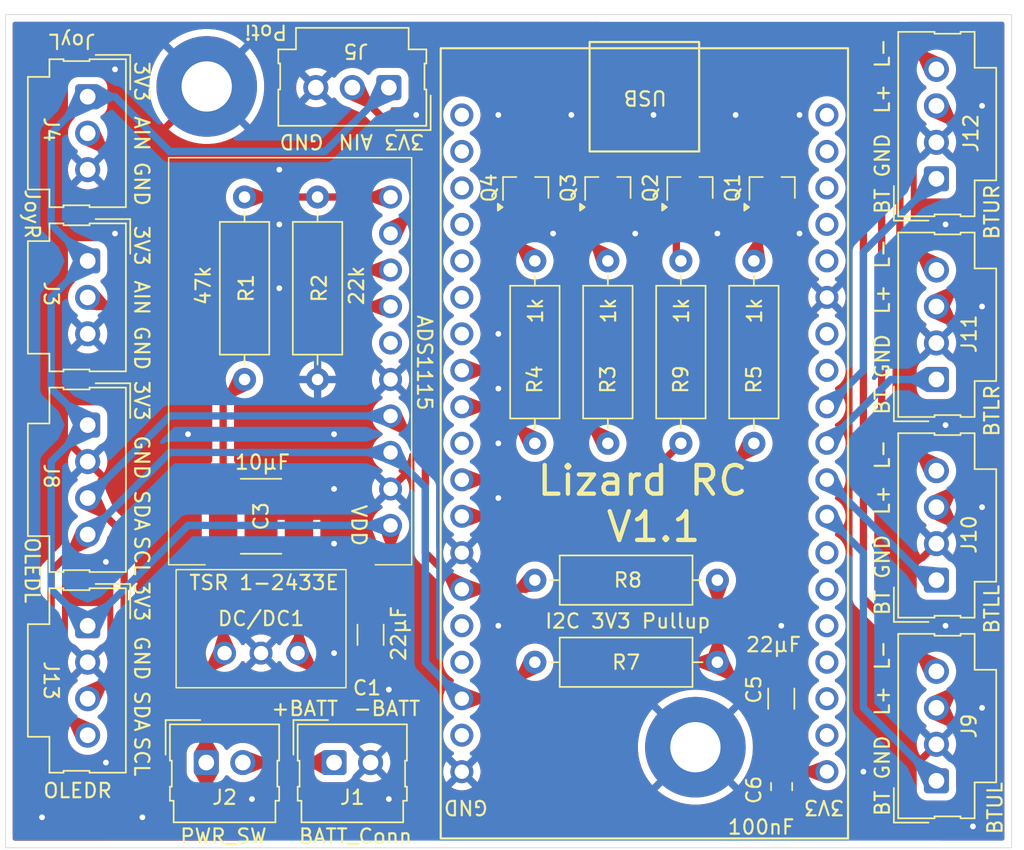
<source format=kicad_pcb>
(kicad_pcb (version 20241229) (generator "pcbnew") (generator_version "9.0")
  (layers (0 "F.Cu" mixed) (2 "B.Cu" mixed) (13 "F.Paste" user) (15 "B.Paste" user) (5 "F.SilkS" user "F.Silkscreen") (7 "B.SilkS" user "B.Silkscreen") (1 "F.Mask" user) (3 "B.Mask" user) (25 "Edge.Cuts" user))
  (net 0 "")
  (net 1 "GND")
  (net 2 "+3V3")
  (net 3 "JoyR")
  (net 4 "+VDC")
  (net 5 "JoyL")
  (net 6 "SDA")
  (net 7 "SCL")
  (net 8 "Poti")
  (net 10 "Net-(IC1-AIN3)")
  (net 11 "BT_UL")
  (net 12 "+BATT")
  (net 13 "BT_LL")
  (net 14 "BT_LR")
  (net 15 "BT_UR")
  (net 16 "LED_UL")
  (net 17 "LED_LL")
  (net 18 "Net-(J9-Pin_4)")
  (net 19 "LED_LR")
  (net 20 "Net-(J10-Pin_4)")
  (net 21 "Net-(J11-Pin_4)")
  (net 22 "Net-(J12-Pin_4)")
  (net 23 "LED_UR")
  (net 47 "Net-(Q1-G)")
  (net 48 "Net-(Q2-G)")
  (net 49 "Net-(Q3-G)")
  (net 50 "Net-(Q4-G)")
  (footprint "Capacitor_SMD:C_2220_5750Metric_Pad1.97x5.40mm_HandSolder" (layer "F.Cu") (at 92.59 60.825)
    (property "Reference" "C3" (at 0 0 90) (layer "F.SilkS"))
    (property "Value" "10µF")
    (pad "1" smd roundrect (at -2.6375 0) (size 1.975 5.4) (layers "F.Cu" "F.Mask" "F.Paste") (roundrect_rratio 0.126582) (net 4 "+VDC"))
    (pad "2" smd roundrect (at 2.6375 0) (size 1.975 5.4) (layers "F.Cu" "F.Mask" "F.Paste") (roundrect_rratio 0.126582) (net 1 "GND"))
  )
  (footprint "Capacitor_SMD:C_1206_3216Metric_Pad1.33x1.80mm_HandSolder" (layer "F.Cu") (at 100.21 69.08 -90)
    (property "Reference" "C1" (at 3.693 0.254 0) (layer "F.SilkS"))
    (property "Value" "22µF")
    (pad "1" smd roundrect (at -1.5625 0 270) (size 1.325 1.8) (layers "F.Cu" "F.Mask" "F.Paste") (roundrect_rratio 0.188679) (net 2 "+3V3"))
    (pad "2" smd roundrect (at 1.5625 0 270) (size 1.325 1.8) (layers "F.Cu" "F.Mask" "F.Paste") (roundrect_rratio 0.188679) (net 1 "GND"))
  )
  (footprint "Resistor_THT:R_Axial_DIN0309_L9.0mm_D3.2mm_P12.70mm_Horizontal" (layer "F.Cu") (at 111.64 55.745 90)
    (property "Reference" "R4" (at 4.445 0.001 270) (layer "F.SilkS"))
    (property "Value" "1k")
    (pad "1" thru_hole circle (at 0 0 90) (size 1.6 1.6) (drill 0.8) (layers "*.Cu" "*.Mask") (net 23 "LED_UR"))
    (pad "2" thru_hole oval (at 12.7 0 90) (size 1.6 1.6) (drill 0.8) (layers "*.Cu" "*.Mask") (net 50 "Net-(Q4-G)"))
  )
  (footprint "Connector_Molex:Molex_SL_171971-0003_1x03_P2.54mm_Vertical" (layer "F.Cu") (at 80.526707 43.044293 -90)
    (property "Reference" "J3" (at 2.286 2.539 270) (layer "F.SilkS"))
    (property "Value" "JoyR")
    (pad "1" thru_hole roundrect (at 0 0 270) (size 1.74 1.74) (drill 1.09) (layers "*.Cu" "*.Mask") (roundrect_rratio 0.143678) (net 2 "+3V3"))
    (pad "2" thru_hole circle (at 2.54 0 270) (size 1.74 1.74) (drill 1.09) (layers "*.Cu" "*.Mask") (net 3 "JoyR"))
    (pad "3" thru_hole circle (at 5.08 0 270) (size 1.74 1.74) (drill 1.09) (layers "*.Cu" "*.Mask") (net 1 "GND"))
  )
  (footprint "Resistor_THT:R_Axial_DIN0309_L9.0mm_D3.2mm_P12.70mm_Horizontal" (layer "F.Cu") (at 126.88 55.745 90)
    (property "Reference" "R5" (at 4.445 0.001 270) (layer "F.SilkS"))
    (property "Value" "1k")
    (pad "1" thru_hole circle (at 0 0 90) (size 1.6 1.6) (drill 0.8) (layers "*.Cu" "*.Mask") (net 16 "LED_UL"))
    (pad "2" thru_hole oval (at 12.7 0 90) (size 1.6 1.6) (drill 0.8) (layers "*.Cu" "*.Mask") (net 47 "Net-(Q1-G)"))
  )
  (footprint "Connector_Molex:Molex_SL_171971-0004_1x04_P2.54mm_Vertical" (layer "F.Cu") (at 80.525 68.445 -90)
    (property "Reference" "J13" (at 3.81 2.54 270) (layer "F.SilkS"))
    (property "Value" "OLED2")
    (pad "1" thru_hole roundrect (at 0 0 270) (size 1.74 1.74) (drill 1.09) (layers "*.Cu" "*.Mask") (roundrect_rratio 0.143678) (net 2 "+3V3"))
    (pad "2" thru_hole circle (at 2.54 0 270) (size 1.74 1.74) (drill 1.09) (layers "*.Cu" "*.Mask") (net 1 "GND"))
    (pad "3" thru_hole circle (at 5.08 0 270) (size 1.74 1.74) (drill 1.09) (layers "*.Cu" "*.Mask") (net 6 "SDA"))
    (pad "4" thru_hole circle (at 7.62 0 270) (size 1.74 1.74) (drill 1.09) (layers "*.Cu" "*.Mask") (net 7 "SCL"))
  )
  (footprint "Resistor_THT:R_Axial_DIN0309_L9.0mm_D3.2mm_P12.70mm_Horizontal" (layer "F.Cu") (at 111.64 70.985)
    (property "Reference" "R7" (at 6.35 0.008 0) (layer "F.SilkS"))
    (property "Value" "~")
    (pad "1" thru_hole circle (at 0 0) (size 1.6 1.6) (drill 0.8) (layers "*.Cu" "*.Mask") (net 7 "SCL"))
    (pad "2" thru_hole oval (at 12.7 0) (size 1.6 1.6) (drill 0.8) (layers "*.Cu" "*.Mask") (net 2 "+3V3"))
  )
  (footprint "customfootprints:LME78_03-1.0" (layer "F.Cu") (at 90.05 70.35)
    (property "Reference" "DC/DC1" (at 2.54 -2.4 0) (layer "F.SilkS"))
    (property "Value" "Gaptec LME78_03-1.0")
    (fp_text user "TSR 1-2433E" (at -2.54 -4.318 0) (layer "F.SilkS") (effects (justify left bottom)))
    (pad "1" thru_hole circle (at 0 0) (size 1.6 1.6) (drill 1) (layers "*.Cu" "*.Mask") (net 4 "+VDC"))
    (pad "2" thru_hole circle (at 2.54 0) (size 1.6 1.6) (drill 1) (layers "*.Cu" "*.Mask") (net 1 "GND"))
    (pad "3" thru_hole circle (at 5.08 0) (size 1.6 1.6) (drill 1) (layers "*.Cu" "*.Mask") (net 2 "+3V3"))
  )
  (footprint "Package_TO_SOT_SMD:SOT-23_Handsoldering" (layer "F.Cu") (at 111.005 37.965 90)
    (property "Reference" "Q4" (at 0 -2.54 90) (layer "F.SilkS"))
    (property "Value" "IRLML0030")
    (pad "1" smd roundrect (at -1.5 -0.95 90) (size 1.9 0.8) (layers "F.Cu" "F.Mask" "F.Paste") (net 50 "Net-(Q4-G)"))
    (pad "2" smd roundrect (at -1.5 0.95 90) (size 1.9 0.8) (layers "F.Cu" "F.Mask" "F.Paste") (net 1 "GND"))
    (pad "3" smd roundrect (at 1.5 0 90) (size 1.9 0.8) (layers "F.Cu" "F.Mask" "F.Paste") (net 22 "Net-(J12-Pin_4)"))
  )
  (footprint "Connector_Molex:Molex_SL_171971-0004_1x04_P2.54mm_Vertical" (layer "F.Cu") (at 139.58 79.24 90)
    (property "Reference" "J9" (at 3.81 2.276 270) (layer "F.SilkS"))
    (property "Value" "BT_UL")
    (pad "1" thru_hole roundrect (at 0 0 90) (size 1.74 1.74) (drill 1.09) (layers "*.Cu" "*.Mask") (roundrect_rratio 0.143678) (net 11 "BT_UL"))
    (pad "2" thru_hole circle (at 2.54 0 90) (size 1.74 1.74) (drill 1.09) (layers "*.Cu" "*.Mask") (net 1 "GND"))
    (pad "3" thru_hole circle (at 5.08 0 90) (size 1.74 1.74) (drill 1.09) (layers "*.Cu" "*.Mask") (net 4 "+VDC"))
    (pad "4" thru_hole circle (at 7.62 0 90) (size 1.74 1.74) (drill 1.09) (layers "*.Cu" "*.Mask") (net 18 "Net-(J9-Pin_4)"))
  )
  (footprint "Resistor_THT:R_Axial_DIN0309_L9.0mm_D3.2mm_P12.70mm_Horizontal" (layer "F.Cu") (at 116.72 55.745 90)
    (property "Reference" "R3" (at 4.445 0.001 270) (layer "F.SilkS"))
    (property "Value" "1k")
    (pad "1" thru_hole circle (at 0 0 90) (size 1.6 1.6) (drill 0.8) (layers "*.Cu" "*.Mask") (net 19 "LED_LR"))
    (pad "2" thru_hole oval (at 12.7 0 90) (size 1.6 1.6) (drill 0.8) (layers "*.Cu" "*.Mask") (net 49 "Net-(Q3-G)"))
  )
  (footprint "customfootprints:NodeMCU-ESP32" (layer "F.Cu") (at 131.96 78.605 180)
    (property "Reference" "U1" (hide yes))
    (property "Value" "ESP32-WROOM-32U")
    (fp_text user "3V3" (at -1.27 -1.905 180) (layer "F.SilkS") (effects (justify left bottom)))
    (fp_text user "USB" (at 11.049 47.498 180) (layer "F.SilkS") (effects (justify left bottom)))
    (fp_text user "GND" (at 23.495 -1.905 180) (layer "F.SilkS") (effects (justify left bottom)))
    (pad "" thru_hole circle (at 0 45.72 180) (size 1.6 1.6) (drill 1) (layers "*.Cu" "*.Mask"))
    (pad "1" thru_hole circle (at 25.4 0 180) (size 1.6 1.6) (drill 1) (layers "*.Cu" "*.Mask") (net 1 "GND"))
    (pad "2" thru_hole circle (at 0 0 180) (size 1.6 1.6) (drill 1) (layers "*.Cu" "*.Mask") (net 2 "+3V3"))
    (pad "3" thru_hole circle (at 0 2.54 180) (size 1.6 1.6) (drill 1) (layers "*.Cu" "*.Mask"))
    (pad "4" thru_hole circle (at 0 5.08 180) (size 1.6 1.6) (drill 1) (layers "*.Cu" "*.Mask"))
    (pad "5" thru_hole circle (at 0 7.62 180) (size 1.6 1.6) (drill 1) (layers "*.Cu" "*.Mask"))
    (pad "6" thru_hole circle (at 0 10.16 180) (size 1.6 1.6) (drill 1) (layers "*.Cu" "*.Mask"))
    (pad "7" thru_hole circle (at 0 12.7 180) (size 1.6 1.6) (drill 1) (layers "*.Cu" "*.Mask"))
    (pad "8" thru_hole circle (at 0 15.24 180) (size 1.6 1.6) (drill 1) (layers "*.Cu" "*.Mask"))
    (pad "9" thru_hole circle (at 0 17.78 180) (size 1.6 1.6) (drill 1) (layers "*.Cu" "*.Mask") (net 11 "BT_UL"))
    (pad "10" thru_hole circle (at 0 20.32 180) (size 1.6 1.6) (drill 1) (layers "*.Cu" "*.Mask") (net 13 "BT_LL"))
    (pad "11" thru_hole circle (at 0 22.86 180) (size 1.6 1.6) (drill 1) (layers "*.Cu" "*.Mask") (net 14 "BT_LR"))
    (pad "12" thru_hole circle (at 0 25.4 180) (size 1.6 1.6) (drill 1) (layers "*.Cu" "*.Mask") (net 15 "BT_UR"))
    (pad "13" thru_hole circle (at 0 27.94 180) (size 1.6 1.6) (drill 1) (layers "*.Cu" "*.Mask"))
    (pad "14" thru_hole circle (at 0 30.48 180) (size 1.6 1.6) (drill 1) (layers "*.Cu" "*.Mask"))
    (pad "15" thru_hole circle (at 0 33.02 180) (size 1.6 1.6) (drill 1) (layers "*.Cu" "*.Mask") (net 1 "GND"))
    (pad "16" thru_hole circle (at 0 35.56 180) (size 1.6 1.6) (drill 1) (layers "*.Cu" "*.Mask"))
    (pad "17" thru_hole circle (at 0 38.1 180) (size 1.6 1.6) (drill 1) (layers "*.Cu" "*.Mask"))
    (pad "18" thru_hole circle (at 0 40.64 180) (size 1.6 1.6) (drill 1) (layers "*.Cu" "*.Mask"))
    (pad "19" thru_hole circle (at 0 43.18 180) (size 1.6 1.6) (drill 1) (layers "*.Cu" "*.Mask"))
    (pad "20" thru_hole circle (at 25.4 45.72 180) (size 1.6 1.6) (drill 1) (layers "*.Cu" "*.Mask"))
    (pad "21" thru_hole circle (at 25.4 43.18 180) (size 1.6 1.6) (drill 1) (layers "*.Cu" "*.Mask"))
    (pad "22" thru_hole circle (at 25.4 40.64 180) (size 1.6 1.6) (drill 1) (layers "*.Cu" "*.Mask"))
    (pad "23" thru_hole circle (at 25.4 38.1 180) (size 1.6 1.6) (drill 1) (layers "*.Cu" "*.Mask"))
    (pad "24" thru_hole circle (at 25.4 35.56 180) (size 1.6 1.6) (drill 1) (layers "*.Cu" "*.Mask"))
    (pad "25" thru_hole circle (at 25.4 33.02 180) (size 1.6 1.6) (drill 1) (layers "*.Cu" "*.Mask"))
    (pad "26" thru_hole circle (at 25.4 30.48 180) (size 1.6 1.6) (drill 1) (layers "*.Cu" "*.Mask"))
    (pad "27" thru_hole circle (at 25.4 27.94 180) (size 1.6 1.6) (drill 1) (layers "*.Cu" "*.Mask") (net 19 "LED_LR"))
    (pad "28" thru_hole circle (at 25.4 25.4 180) (size 1.6 1.6) (drill 1) (layers "*.Cu" "*.Mask") (net 23 "LED_UR"))
    (pad "29" thru_hole circle (at 25.4 22.86 180) (size 1.6 1.6) (drill 1) (layers "*.Cu" "*.Mask"))
    (pad "30" thru_hole circle (at 25.4 20.32 180) (size 1.6 1.6) (drill 1) (layers "*.Cu" "*.Mask") (net 17 "LED_LL"))
    (pad "31" thru_hole circle (at 25.4 17.78 180) (size 1.6 1.6) (drill 1) (layers "*.Cu" "*.Mask") (net 16 "LED_UL"))
    (pad "33" thru_hole circle (at 25.4 12.7 180) (size 1.6 1.6) (drill 1) (layers "*.Cu" "*.Mask") (net 6 "SDA"))
    (pad "34" thru_hole circle (at 25.4 10.16 180) (size 1.6 1.6) (drill 1) (layers "*.Cu" "*.Mask"))
    (pad "35" thru_hole circle (at 25.4 7.62 180) (size 1.6 1.6) (drill 1) (layers "*.Cu" "*.Mask"))
    (pad "36" thru_hole circle (at 25.4 5.08 180) (size 1.6 1.6) (drill 1) (layers "*.Cu" "*.Mask") (net 7 "SCL"))
    (pad "37" thru_hole circle (at 25.4 2.54 180) (size 1.6 1.6) (drill 1) (layers "*.Cu" "*.Mask"))
    (pad "38" thru_hole circle (at 25.4 15.24 180) (size 1.6 1.6) (drill 1) (layers "*.Cu" "*.Mask") (net 1 "GND"))
  )
  (footprint "customfootprints:ADS1115" (layer "F.Cu") (at 101.601 61.46 180)
    (property "Reference" "IC1" (hide yes))
    (property "Value" "ADS1115")
    (fp_text user "VDD" (at 2.793 1.524 270) (layer "F.SilkS") (effects (justify left bottom)))
    (fp_text user "ADS1115" (at -1.779 14.732 270) (layer "F.SilkS") (effects (justify left bottom)))
    (pad "1" thru_hole circle (at 0 10.16 180) (size 1.6 1.6) (drill 1) (layers "*.Cu" "*.Mask") (net 1 "GND"))
    (pad "2" thru_hole circle (at 0 12.7 180) (size 1.6 1.6) (drill 1) (layers "*.Cu" "*.Mask"))
    (pad "3" thru_hole circle (at 0 2.54 180) (size 1.6 1.6) (drill 1) (layers "*.Cu" "*.Mask") (net 1 "GND"))
    (pad "4" thru_hole circle (at 0 15.24 180) (size 1.6 1.6) (drill 1) (layers "*.Cu" "*.Mask") (net 3 "JoyR"))
    (pad "5" thru_hole circle (at 0 17.78 180) (size 1.6 1.6) (drill 1) (layers "*.Cu" "*.Mask") (net 5 "JoyL"))
    (pad "6" thru_hole circle (at 0 20.32 180) (size 1.6 1.6) (drill 1) (layers "*.Cu" "*.Mask") (net 8 "Poti"))
    (pad "7" thru_hole circle (at 0 22.86 180) (size 1.6 1.6) (drill 1) (layers "*.Cu" "*.Mask") (net 10 "Net-(IC1-AIN3)"))
    (pad "8" thru_hole circle (at 0 0 180) (size 1.6 1.6) (drill 1) (layers "*.Cu" "*.Mask") (net 2 "+3V3"))
    (pad "9" thru_hole circle (at 0 7.62 180) (size 1.6 1.6) (drill 1) (layers "*.Cu" "*.Mask") (net 6 "SDA"))
    (pad "10" thru_hole circle (at 0 5.08 180) (size 1.6 1.6) (drill 1) (layers "*.Cu" "*.Mask") (net 7 "SCL"))
  )
  (footprint "Resistor_THT:R_Axial_DIN0309_L9.0mm_D3.2mm_P12.70mm_Horizontal" (layer "F.Cu") (at 124.34 65.27 180)
    (property "Reference" "R8" (at 6.229 0.000707 180) (layer "F.SilkS"))
    (property "Value" "~")
    (pad "1" thru_hole circle (at 0 0 180) (size 1.6 1.6) (drill 0.8) (layers "*.Cu" "*.Mask") (net 2 "+3V3"))
    (pad "2" thru_hole oval (at 12.7 0 180) (size 1.6 1.6) (drill 0.8) (layers "*.Cu" "*.Mask") (net 6 "SDA"))
  )
  (footprint "Connector_Molex:Molex_SL_171971-0004_1x04_P2.54mm_Vertical" (layer "F.Cu") (at 139.58 51.3 90)
    (property "Reference" "J11" (at 3.175 2.276 270) (layer "F.SilkS"))
    (property "Value" "BT_LR")
    (pad "1" thru_hole roundrect (at 0 0 90) (size 1.74 1.74) (drill 1.09) (layers "*.Cu" "*.Mask") (roundrect_rratio 0.143678) (net 14 "BT_LR"))
    (pad "2" thru_hole circle (at 2.54 0 90) (size 1.74 1.74) (drill 1.09) (layers "*.Cu" "*.Mask") (net 1 "GND"))
    (pad "3" thru_hole circle (at 5.08 0 90) (size 1.74 1.74) (drill 1.09) (layers "*.Cu" "*.Mask") (net 4 "+VDC"))
    (pad "4" thru_hole circle (at 7.62 0 90) (size 1.74 1.74) (drill 1.09) (layers "*.Cu" "*.Mask") (net 21 "Net-(J11-Pin_4)"))
  )
  (footprint "Connector_Molex:Molex_SL_171971-0004_1x04_P2.54mm_Vertical" (layer "F.Cu") (at 139.58 37.33 90)
    (property "Reference" "J12" (at 3.175 2.403 270) (layer "F.SilkS"))
    (property "Value" "BT_UR")
    (pad "1" thru_hole roundrect (at 0 0 90) (size 1.74 1.74) (drill 1.09) (layers "*.Cu" "*.Mask") (roundrect_rratio 0.143678) (net 15 "BT_UR"))
    (pad "2" thru_hole circle (at 2.54 0 90) (size 1.74 1.74) (drill 1.09) (layers "*.Cu" "*.Mask") (net 1 "GND"))
    (pad "3" thru_hole circle (at 5.08 0 90) (size 1.74 1.74) (drill 1.09) (layers "*.Cu" "*.Mask") (net 4 "+VDC"))
    (pad "4" thru_hole circle (at 7.62 0 90) (size 1.74 1.74) (drill 1.09) (layers "*.Cu" "*.Mask") (net 22 "Net-(J12-Pin_4)"))
  )
  (footprint "Connector_Molex:Molex_SL_171971-0003_1x03_P2.54mm_Vertical" (layer "F.Cu") (at 101.48 30.98 180)
    (property "Reference" "J5" (at 2.286 2.539 180) (layer "F.SilkS"))
    (property "Value" "Poti")
    (pad "1" thru_hole roundrect (at 0 0 180) (size 1.74 1.74) (drill 1.09) (layers "*.Cu" "*.Mask") (roundrect_rratio 0.143678) (net 2 "+3V3"))
    (pad "2" thru_hole circle (at 2.54 0 180) (size 1.74 1.74) (drill 1.09) (layers "*.Cu" "*.Mask") (net 8 "Poti"))
    (pad "3" thru_hole circle (at 5.08 0 180) (size 1.74 1.74) (drill 1.09) (layers "*.Cu" "*.Mask") (net 1 "GND"))
  )
  (footprint "MountingHole:MountingHole_3.5mm_Pad_TopBottom" (layer "F.Cu") (at 88.81 30.9)
    (property "Reference" "H2" (hide yes))
    (property "Value" "MountingHole_Pad")
    (pad "1" thru_hole circle (at 0 0) (size 3.9 3.9) (drill 3.5) (layers "*.Cu" "*.Mask") (net 1 "GND"))
    (pad "1" connect circle (at 0 0) (size 7 7) (layers "F.Cu" "F.Mask") (net 1 "GND"))
    (pad "1" connect circle (at 0 0) (size 7 7) (layers "B.Cu" "B.Mask") (net 1 "GND"))
  )
  (footprint "Package_TO_SOT_SMD:SOT-23_Handsoldering" (layer "F.Cu") (at 116.72 37.965 90)
    (property "Reference" "Q3" (at 0 -2.75 90) (layer "F.SilkS"))
    (property "Value" "IRLML0030")
    (pad "1" smd roundrect (at -1.5 -0.95 90) (size 1.9 0.8) (layers "F.Cu" "F.Mask" "F.Paste") (net 49 "Net-(Q3-G)"))
    (pad "2" smd roundrect (at -1.5 0.95 90) (size 1.9 0.8) (layers "F.Cu" "F.Mask" "F.Paste") (net 1 "GND"))
    (pad "3" smd roundrect (at 1.5 0 90) (size 1.9 0.8) (layers "F.Cu" "F.Mask" "F.Paste") (net 21 "Net-(J11-Pin_4)"))
  )
  (footprint "Capacitor_SMD:C_1206_3216Metric_Pad1.33x1.80mm_HandSolder" (layer "F.Cu") (at 128.785 73.525 90)
    (property "Reference" "C5" (at 0.635 -1.905 90) (layer "F.SilkS"))
    (property "Value" "22µF")
    (pad "1" smd roundrect (at -1.5625 0 90) (size 1.325 1.8) (layers "F.Cu" "F.Mask" "F.Paste") (roundrect_rratio 0.188679) (net 2 "+3V3"))
    (pad "2" smd roundrect (at 1.5625 0 90) (size 1.325 1.8) (layers "F.Cu" "F.Mask" "F.Paste") (roundrect_rratio 0.188679) (net 1 "GND"))
  )
  (footprint "Connector_Molex:Molex_SL_171971-0002_1x02_P2.54mm_Vertical" (layer "F.Cu") (at 88.78 77.97)
    (property "Reference" "J2" (at 1.27 2.421 0) (layer "F.SilkS"))
    (property "Value" "PWR_SW")
    (pad "1" thru_hole roundrect (at 0 0) (size 1.74 1.74) (drill 1.09) (layers "*.Cu" "*.Mask") (roundrect_rratio 0.143678) (net 4 "+VDC"))
    (pad "2" thru_hole circle (at 2.54 0) (size 1.74 1.74) (drill 1.09) (layers "*.Cu" "*.Mask") (net 12 "+BATT"))
  )
  (footprint "Package_TO_SOT_SMD:SOT-23_Handsoldering" (layer "F.Cu") (at 122.435 37.965 90)
    (property "Reference" "Q2" (at 0 -2.75 90) (layer "F.SilkS"))
    (property "Value" "IRLML0030")
    (pad "1" smd roundrect (at -1.5 -0.95 90) (size 1.9 0.8) (layers "F.Cu" "F.Mask" "F.Paste") (net 48 "Net-(Q2-G)"))
    (pad "2" smd roundrect (at -1.5 0.95 90) (size 1.9 0.8) (layers "F.Cu" "F.Mask" "F.Paste") (net 1 "GND"))
    (pad "3" smd roundrect (at 1.5 0 90) (size 1.9 0.8) (layers "F.Cu" "F.Mask" "F.Paste") (net 20 "Net-(J10-Pin_4)"))
  )
  (footprint "Connector_Molex:Molex_SL_171971-0004_1x04_P2.54mm_Vertical" (layer "F.Cu") (at 80.526707 54.474293 -90)
    (property "Reference" "J8" (at 3.556 2.539 270) (layer "F.SilkS"))
    (property "Value" "OLED1")
    (pad "1" thru_hole roundrect (at 0 0 270) (size 1.74 1.74) (drill 1.09) (layers "*.Cu" "*.Mask") (roundrect_rratio 0.143678) (net 2 "+3V3"))
    (pad "2" thru_hole circle (at 2.54 0 270) (size 1.74 1.74) (drill 1.09) (layers "*.Cu" "*.Mask") (net 1 "GND"))
    (pad "3" thru_hole circle (at 5.08 0 270) (size 1.74 1.74) (drill 1.09) (layers "*.Cu" "*.Mask") (net 6 "SDA"))
    (pad "4" thru_hole circle (at 7.62 0 270) (size 1.74 1.74) (drill 1.09) (layers "*.Cu" "*.Mask") (net 7 "SCL"))
  )
  (footprint "Package_TO_SOT_SMD:SOT-23_Handsoldering" (layer "F.Cu") (at 128.15 37.965 90)
    (property "Reference" "Q1" (at 0 -2.75 90) (layer "F.SilkS"))
    (property "Value" "IRLML0030")
    (pad "1" smd roundrect (at -1.5 -0.95 90) (size 1.9 0.8) (layers "F.Cu" "F.Mask" "F.Paste") (net 47 "Net-(Q1-G)"))
    (pad "2" smd roundrect (at -1.5 0.95 90) (size 1.9 0.8) (layers "F.Cu" "F.Mask" "F.Paste") (net 1 "GND"))
    (pad "3" smd roundrect (at 1.5 0 90) (size 1.9 0.8) (layers "F.Cu" "F.Mask" "F.Paste") (net 18 "Net-(J9-Pin_4)"))
  )
  (footprint "Capacitor_SMD:C_0805_2012Metric_Pad1.18x1.45mm_HandSolder" (layer "F.Cu") (at 128.81 79.6425 -90)
    (property "Reference" "C6" (at 0.2325 1.93 270) (layer "F.SilkS"))
    (property "Value" "100nF")
    (pad "1" smd roundrect (at -1.0375 0 270) (size 1.175 1.45) (layers "F.Cu" "F.Mask" "F.Paste") (roundrect_rratio 0.212766) (net 2 "+3V3"))
    (pad "2" smd roundrect (at 1.0375 0 270) (size 1.175 1.45) (layers "F.Cu" "F.Mask" "F.Paste") (roundrect_rratio 0.212766) (net 1 "GND"))
  )
  (footprint "Resistor_THT:R_Axial_DIN0309_L9.0mm_D3.2mm_P12.70mm_Horizontal" (layer "F.Cu") (at 96.521 38.6 -90)
    (property "Reference" "R2" (at 6.35 -0.121 90) (layer "F.SilkS"))
    (property "Value" "22k")
    (pad "1" thru_hole circle (at 0 0 270) (size 1.6 1.6) (drill 0.8) (layers "*.Cu" "*.Mask") (net 10 "Net-(IC1-AIN3)"))
    (pad "2" thru_hole oval (at 12.7 0 270) (size 1.6 1.6) (drill 0.8) (layers "*.Cu" "*.Mask") (net 1 "GND"))
  )
  (footprint "Resistor_THT:R_Axial_DIN0309_L9.0mm_D3.2mm_P12.70mm_Horizontal" (layer "F.Cu") (at 121.8 55.745 90)
    (property "Reference" "R9" (at 4.445 0 90) (layer "F.SilkS"))
    (property "Value" "1k")
    (pad "1" thru_hole circle (at 0 0 90) (size 1.6 1.6) (drill 0.8) (layers "*.Cu" "*.Mask") (net 17 "LED_LL"))
    (pad "2" thru_hole oval (at 12.7 0 90) (size 1.6 1.6) (drill 0.8) (layers "*.Cu" "*.Mask") (net 48 "Net-(Q2-G)"))
  )
  (footprint "MountingHole:MountingHole_3.5mm_Pad_TopBottom" (layer "F.Cu") (at 122.81 76.9)
    (property "Reference" "H1" (hide yes))
    (property "Value" "MountingHole_Pad")
    (pad "1" thru_hole circle (at 0 0) (size 3.9 3.9) (drill 3.5) (layers "*.Cu" "*.Mask") (net 1 "GND"))
    (pad "1" connect circle (at 0 0) (size 7 7) (layers "F.Cu" "F.Mask") (net 1 "GND"))
    (pad "1" connect circle (at 0 0) (size 7 7) (layers "B.Cu" "B.Mask") (net 1 "GND"))
  )
  (footprint "Connector_Molex:Molex_SL_171971-0002_1x02_P2.54mm_Vertical" (layer "F.Cu") (at 97.67 77.97)
    (property "Reference" "J1" (at 1.27 2.421 0) (layer "F.SilkS"))
    (property "Value" "BATT_Conn")
    (pad "1" thru_hole roundrect (at 0 0) (size 1.74 1.74) (drill 1.09) (layers "*.Cu" "*.Mask") (roundrect_rratio 0.143678) (net 12 "+BATT"))
    (pad "2" thru_hole circle (at 2.54 0) (size 1.74 1.74) (drill 1.09) (layers "*.Cu" "*.Mask") (net 1 "GND"))
  )
  (footprint "Connector_Molex:Molex_SL_171971-0004_1x04_P2.54mm_Vertical" (layer "F.Cu") (at 139.58 65.27 90)
    (property "Reference" "J10" (at 3.175 2.276 270) (layer "F.SilkS"))
    (property "Value" "BT_LL")
    (pad "1" thru_hole roundrect (at 0 0 90) (size 1.74 1.74) (drill 1.09) (layers "*.Cu" "*.Mask") (roundrect_rratio 0.143678) (net 13 "BT_LL"))
    (pad "2" thru_hole circle (at 2.54 0 90) (size 1.74 1.74) (drill 1.09) (layers "*.Cu" "*.Mask") (net 1 "GND"))
    (pad "3" thru_hole circle (at 5.08 0 90) (size 1.74 1.74) (drill 1.09) (layers "*.Cu" "*.Mask") (net 4 "+VDC"))
    (pad "4" thru_hole circle (at 7.62 0 90) (size 1.74 1.74) (drill 1.09) (layers "*.Cu" "*.Mask") (net 20 "Net-(J10-Pin_4)"))
  )
  (footprint "Resistor_THT:R_Axial_DIN0309_L9.0mm_D3.2mm_P12.70mm_Horizontal" (layer "F.Cu") (at 91.441 51.3 90)
    (property "Reference" "R1" (at 6.35 0.121 270) (layer "F.SilkS"))
    (property "Value" "47k")
    (pad "1" thru_hole circle (at 0 0 90) (size 1.6 1.6) (drill 0.8) (layers "*.Cu" "*.Mask") (net 4 "+VDC"))
    (pad "2" thru_hole oval (at 12.7 0 90) (size 1.6 1.6) (drill 0.8) (layers "*.Cu" "*.Mask") (net 10 "Net-(IC1-AIN3)"))
  )
  (footprint "Connector_Molex:Molex_SL_171971-0003_1x03_P2.54mm_Vertical" (layer "F.Cu") (at 80.526707 31.614293 -90)
    (property "Reference" "J4" (at 2.286 2.539 270) (layer "F.SilkS"))
    (property "Value" "JoyL")
    (pad "1" thru_hole roundrect (at 0 0 270) (size 1.74 1.74) (drill 1.09) (layers "*.Cu" "*.Mask") (roundrect_rratio 0.143678) (net 2 "+3V3"))
    (pad "2" thru_hole circle (at 2.54 0 270) (size 1.74 1.74) (drill 1.09) (layers "*.Cu" "*.Mask") (net 5 "JoyL"))
    (pad "3" thru_hole circle (at 5.08 0 270) (size 1.74 1.74) (drill 1.09) (layers "*.Cu" "*.Mask") (net 1 "GND"))
  )
  (gr_rect (start 74.81 25.9) (end 144.81 83.9) (stroke (width 0.05)) (fill no) (layer "Edge.Cuts"))
  (gr_text "10µF" (at 90.685 57.65 0) (layer "F.SilkS") (effects (font (size 1 1)) (justify left bottom)))
  (gr_text "L+" (at 136.405 46.855 90) (layer "F.SilkS") (effects (font (size 1 1)) (justify left bottom)))
  (gr_text "22µF" (at 126.245 70.35 0) (layer "F.SilkS") (effects (font (size 1 1)) (justify left bottom)))
  (gr_text "BATT_Conn" (at 95.13 83.685 0) (layer "F.SilkS") (effects (font (size 1 1)) (justify left bottom)))
  (gr_text "Poti" (at 94.495 26.535 180) (layer "F.SilkS") (effects (font (size 1 1)) (justify left bottom)))
  (gr_text "BT" (at 136.405 39.87 90) (layer "F.SilkS") (effects (font (size 1 1)) (justify left bottom)))
  (gr_text "3V3" (at 83.7 40.505 -90) (layer "F.SilkS") (effects (font (size 1 1)) (justify left bottom)))
  (gr_text "47k" (at 89.155 46.22 90) (layer "F.SilkS") (effects (font (size 1 1)) (justify left bottom)))
  (gr_text "L+" (at 136.405 60.825 90) (layer "F.SilkS") (effects (font (size 1 1)) (justify left bottom)))
  (gr_text "L-" (at 136.405 43.68 90) (layer "F.SilkS") (effects (font (size 1 1)) (justify left bottom)))
  (gr_text "1k" (at 122.435 47.49 90) (layer "F.SilkS") (effects (font (size 1 1)) (justify left bottom)))
  (gr_text "GND" (at 97.035 34.155 180) (layer "F.SilkS") (effects (font (size 1 1)) (justify left bottom)))
  (gr_text "GND" (at 136.405 37.33 90) (layer "F.SilkS") (effects (font (size 1 1)) (justify left bottom)))
  (gr_text "OLEDL" (at 76.08 62.204293 270) (layer "F.SilkS") (effects (font (size 1 1)) (justify left bottom)))
  (gr_text "1k" (at 112.275 47.49 90) (layer "F.SilkS") (effects (font (size 1 1)) (justify left bottom)))
  (gr_text "PWR_SW" (at 86.875 83.685 0) (layer "F.SilkS") (effects (font (size 1 1)) (justify left bottom)))
  (gr_text "1k" (at 117.355 47.49 90) (layer "F.SilkS") (effects (font (size 1 1)) (justify left bottom)))
  (gr_text "L+" (at 136.405 32.885 90) (layer "F.SilkS") (effects (font (size 1 1)) (justify left bottom)))
  (gr_text "+BATT" (at 93.225 74.795 0) (layer "F.SilkS") (effects (font (size 1 1)) (justify left bottom)))
  (gr_text "BTUR" (at 144.025 41.648 90) (layer "F.SilkS") (effects (font (size 1 1)) (justify left bottom)))
  (gr_text "JoyR" (at 76.08 37.965 270) (layer "F.SilkS") (effects (font (size 1 1)) (justify left bottom)))
  (gr_text "OLEDR" (at 77.35 80.51 0) (layer "F.SilkS") (effects (font (size 1 1)) (justify left bottom)))
  (gr_text "BT" (at 136.405 81.78 90) (layer "F.SilkS") (effects (font (size 1 1)) (justify left bottom)))
  (gr_text "SDA" (at 83.7 72.89 -90) (layer "F.SilkS") (effects (font (size 1 1)) (justify left bottom)))
  (gr_text "GND" (at 83.7 69.08 -90) (layer "F.SilkS") (effects (font (size 1 1)) (justify left bottom)))
  (gr_text "3V3" (at 83.7 65.27 -90) (layer "F.SilkS") (effects (font (size 1 1)) (justify left bottom)))
  (gr_text "SCL" (at 83.7 62.095 -90) (layer "F.SilkS") (effects (font (size 1 1)) (justify left bottom)))
  (gr_text "AIN" (at 100.464 34.155 180) (layer "F.SilkS") (effects (font (size 1 1)) (justify left bottom)))
  (gr_text "GND" (at 136.405 51.3 90) (layer "F.SilkS") (effects (font (size 1 1)) (justify left bottom)))
  (gr_text "SDA" (at 83.7 58.92 -90) (layer "F.SilkS") (effects (font (size 1 1)) (justify left bottom)))
  (gr_text "1k" (at 127.515 47.49 90) (layer "F.SilkS") (effects (font (size 1 1)) (justify left bottom)))
  (gr_text "GND" (at 83.7 47.49 -90) (layer "F.SilkS") (effects (font (size 1 1)) (justify left bottom)))
  (gr_text "3V3" (at 83.7 51.3 -90) (layer "F.SilkS") (effects (font (size 1 1)) (justify left bottom)))
  (gr_text "3V3" (at 83.7 29.075 -90) (layer "F.SilkS") (effects (font (size 1 1)) (justify left bottom)))
  (gr_text "L-" (at 136.405 71.62 90) (layer "F.SilkS") (effects (font (size 1 1)) (justify left bottom)))
  (gr_text "BTUL" (at 144.245 83.05 90) (layer "F.SilkS") (effects (font (size 1 1)) (justify left bottom)))
  (gr_text "22k" (at 99.823 46.22 90) (layer "F.SilkS") (effects (font (size 1 1)) (justify left bottom)))
  (gr_text "AIN" (at 83.7 44.315 -90) (layer "F.SilkS") (effects (font (size 1 1)) (justify left bottom)))
  (gr_text "JoyL" (at 81.16 27.17 180) (layer "F.SilkS") (effects (font (size 1 1)) (justify left bottom)))
  (gr_text "3V3" (at 104.02 34.155 180) (layer "F.SilkS") (effects (font (size 1 1)) (justify left bottom)))
  (gr_text "I2C 3V3 Pullup" (at 112.269 68.707 0) (layer "F.SilkS") (effects (font (size 1 1)) (justify left bottom)))
  (gr_text "BT" (at 136.405 67.81 90) (layer "F.SilkS") (effects (font (size 1 1)) (justify left bottom)))
  (gr_text "22µF" (at 102.75 70.985 90) (layer "F.SilkS") (effects (font (size 1 1)) (justify left bottom)))
  (gr_text "100nF" (at 124.975 83.05 0) (layer "F.SilkS") (effects (font (size 1 1)) (justify left bottom)))
  (gr_text "BTLR" (at 144.025 55.364 90) (layer "F.SilkS") (effects (font (size 1 1)) (justify left bottom)))
  (gr_text "-BATT" (at 98.94 74.795 0) (layer "F.SilkS") (effects (font (size 1 1)) (justify left bottom)))
  (gr_text "GND" (at 136.405 65.27 90) (layer "F.SilkS") (effects (font (size 1 1)) (justify left bottom)))
  (gr_text "L-" (at 136.405 29.71 90) (layer "F.SilkS") (effects (font (size 1 1)) (justify left bottom)))
  (gr_text "GND" (at 136.405 79.24 90) (layer "F.SilkS") (effects (font (size 1 1)) (justify left bottom)))
  (gr_text "BTLL" (at 144.025 69.08 90) (layer "F.SilkS") (effects (font (size 1 1)) (justify left bottom)))
  (gr_text "GND" (at 83.7 36.06 -90) (layer "F.SilkS") (effects (font (size 1 1)) (justify left bottom)))
  (gr_text "AIN" (at 83.7 32.885 -90) (layer "F.SilkS") (effects (font (size 1 1)) (justify left bottom)))
  (gr_text "SCL" (at 83.7 76.065 -90) (layer "F.SilkS") (effects (font (size 1 1)) (justify left bottom)))
  (gr_text "BT" (at 136.405 53.84 90) (layer "F.SilkS") (effects (font (size 1 1)) (justify left bottom)))
  (gr_text "GND" (at 83.7 55.11 -90) (layer "F.SilkS") (effects (font (size 1 1)) (justify left bottom)))
  (gr_text "L+" (at 136.405 74.795 90) (layer "F.SilkS") (effects (font (size 1 1)) (justify left bottom)))
  (gr_text "Lizard RC \nV1.1" (at 119.895 62.73 0) (layer "F.SilkS") (effects (font (size 2 2) (thickness 0.3)) (justify bottom)))
  (gr_text "L-" (at 136.405 57.65 90) (layer "F.SilkS") (effects (font (size 1 1)) (justify left bottom)))
  (via (at 128.785 68.445) (size 0.8) (drill 0.4) (layers "F.Cu" "B.Cu") (net 1))
  (via (at 81.795 77.97) (size 0.8) (drill 0.4) (layers "F.Cu" "B.Cu") (net 1))
  (via (at 109.1 48.125) (size 0.8) (drill 0.4) (layers "F.Cu" "B.Cu") (net 1))
  (via (at 97.67 58.92) (size 0.8) (drill 0.4) (layers "F.Cu" "B.Cu") (net 1))
  (via (at 81.795 64) (size 0.8) (drill 0.4) (layers "F.Cu" "B.Cu") (net 1))
  (via (at 101.48 80.51) (size 0.8) (drill 0.4) (layers "F.Cu" "B.Cu") (net 1))
  (via (at 119.895 32.885) (size 0.8) (drill 0.4) (layers "F.Cu" "B.Cu") (net 1))
  (via (at 140.215 54.475) (size 0.8) (drill 0.4) (layers "F.Cu" "B.Cu") (net 1))
  (via (at 142.755 46.22) (size 0.8) (drill 0.4) (layers "F.Cu" "B.Cu") (net 1))
  (via (at 97.67 70.35) (size 0.8) (drill 0.4) (layers "F.Cu" "B.Cu") (net 1))
  (via (at 82.43 41.14) (size 0.8) (drill 0.4) (layers "F.Cu" "B.Cu") (net 1))
  (via (at 109.1 51.935) (size 0.8) (drill 0.4) (layers "F.Cu" "B.Cu") (net 1))
  (via (at 125.61 32.885) (size 0.8) (drill 0.4) (layers "F.Cu" "B.Cu") (net 1))
  (via (at 142.755 60.19) (size 0.8) (drill 0.4) (layers "F.Cu" "B.Cu") (net 1))
  (via (at 93.86 40.505) (size 0.8) (drill 0.4) (layers "F.Cu" "B.Cu") (net 1))
  (via (at 114.18 32.885) (size 0.8) (drill 0.4) (layers "F.Cu" "B.Cu") (net 1))
  (via (at 97.67 62.73) (size 0.8) (drill 0.4) (layers "F.Cu" "B.Cu") (net 1))
  (via (at 93.86 44.95) (size 0.8) (drill 0.4) (layers "F.Cu" "B.Cu") (net 1))
  (via (at 112.91 41.14) (size 0.8) (drill 0.4) (layers "F.Cu" "B.Cu") (net 1))
  (via (at 103.385 32.885) (size 0.8) (drill 0.4) (layers "F.Cu" "B.Cu") (net 1))
  (via (at 87.51 55.11) (size 0.8) (drill 0.4) (layers "F.Cu" "B.Cu") (net 1))
  (via (at 91.955 80.51) (size 0.8) (drill 0.4) (layers "F.Cu" "B.Cu") (net 1))
  (via (at 130.055 32.885) (size 0.8) (drill 0.4) (layers "F.Cu" "B.Cu") (net 1))
  (via (at 93.86 36.695) (size 0.8) (drill 0.4) (layers "F.Cu" "B.Cu") (net 1))
  (via (at 109.1 59.555) (size 0.8) (drill 0.4) (layers "F.Cu" "B.Cu") (net 1))
  (via (at 82.43 29.71) (size 0.8) (drill 0.4) (layers "F.Cu" "B.Cu") (net 1))
  (via (at 84.335 81.78) (size 0.8) (drill 0.4) (layers "F.Cu" "B.Cu") (net 1))
  (via (at 77.35 81.78) (size 0.8) (drill 0.4) (layers "F.Cu" "B.Cu") (net 1))
  (via (at 140.215 40.505) (size 0.8) (drill 0.4) (layers "F.Cu" "B.Cu") (net 1))
  (via (at 109.1 68.445) (size 0.8) (drill 0.4) (layers "F.Cu" "B.Cu") (net 1))
  (via (at 142.755 74.16) (size 0.8) (drill 0.4) (layers "F.Cu" "B.Cu") (net 1))
  (via (at 97.67 55.11) (size 0.8) (drill 0.4) (layers "F.Cu" "B.Cu") (net 1))
  (via (at 134.5 78.605) (size 0.8) (drill 0.4) (layers "F.Cu" "B.Cu") (net 1))
  (via (at 109.1 32.885) (size 0.8) (drill 0.4) (layers "F.Cu" "B.Cu") (net 1))
  (via (at 124.34 41.14) (size 0.8) (drill 0.4) (layers "F.Cu" "B.Cu") (net 1))
  (via (at 142.12 82.415) (size 0.8) (drill 0.4) (layers "F.Cu" "B.Cu") (net 1))
  (via (at 109.1 55.745) (size 0.8) (drill 0.4) (layers "F.Cu" "B.Cu") (net 1))
  (via (at 130.055 41.14) (size 0.8) (drill 0.4) (layers "F.Cu" "B.Cu") (net 1))
  (via (at 140.215 68.445) (size 0.8) (drill 0.4) (layers "F.Cu" "B.Cu") (net 1))
  (via (at 118.625 41.14) (size 0.8) (drill 0.4) (layers "F.Cu" "B.Cu") (net 1))
  (via (at 101.48 72.89) (size 0.8) (drill 0.4) (layers "F.Cu" "B.Cu") (net 1))
  (via (at 142.755 32.25) (size 0.8) (drill 0.4) (layers "F.Cu" "B.Cu") (net 1))
  (segment (start 128.81 78.605) (end 128.785 78.58) (width 0.508) (layer "F.Cu") (net 2))
  (segment (start 128.4425 75.0875) (end 124.34 70.985) (width 0.508) (layer "F.Cu") (net 2))
  (segment (start 128.785 78.58) (end 128.785 75.0875) (width 0.508) (layer "F.Cu") (net 2))
  (segment (start 128.785 75.0875) (end 128.4425 75.0875) (width 0.508) (layer "F.Cu") (net 2))
  (segment (start 111.005 81.145) (end 121.165 70.985) (width 0.508) (layer "F.Cu") (net 2))
  (segment (start 95.13 69.08) (end 95.13 70.35) (width 0.508) (layer "F.Cu") (net 2))
  (segment (start 124.34 70.985) (end 124.34 65.27) (width 0.508) (layer "F.Cu") (net 2))
  (segment (start 96.6925 67.5175) (end 95.13 69.08) (width 0.508) (layer "F.Cu") (net 2))
  (segment (start 101.601 66.1265) (end 100.21 67.5175) (width 0.508) (layer "F.Cu") (net 2))
  (segment (start 131.96 78.605) (end 128.81 78.605) (width 0.508) (layer "F.Cu") (net 2))
  (segment (start 121.165 70.985) (end 124.34 70.985) (width 0.508) (layer "F.Cu") (net 2))
  (segment (start 105.925 81.145) (end 111.005 81.145) (width 0.508) (layer "F.Cu") (net 2))
  (segment (start 100.21 67.5175) (end 96.6925 67.5175) (width 0.508) (layer "F.Cu") (net 2))
  (segment (start 101.601 61.46) (end 101.601 66.1265) (width 0.508) (layer "F.Cu") (net 2))
  (segment (start 95.13 70.35) (end 105.925 81.145) (width 0.508) (layer "F.Cu") (net 2))
  (segment (start 77.985 65.905) (end 77.985 57.016) (width 0.508) (layer "B.Cu") (net 2))
  (segment (start 77.985 45.586) (end 80.526707 43.044293) (width 0.508) (layer "B.Cu") (net 2))
  (segment (start 80.526707 43.044293) (end 77.985 40.502586) (width 0.508) (layer "B.Cu") (net 2))
  (segment (start 86.24 35.425) (end 97.035 35.425) (width 0.508) (layer "B.Cu") (net 2))
  (segment (start 101.601 61.46) (end 87.51 61.46) (width 0.508) (layer "B.Cu") (net 2))
  (segment (start 80.525 68.445) (end 77.985 65.905) (width 0.508) (layer "B.Cu") (net 2))
  (segment (start 80.526707 54.474293) (end 77.985 51.932586) (width 0.508) (layer "B.Cu") (net 2))
  (segment (start 77.985 57.016) (end 80.526707 54.474293) (width 0.508) (layer "B.Cu") (net 2))
  (segment (start 97.035 35.425) (end 101.48 30.98) (width 0.508) (layer "B.Cu") (net 2))
  (segment (start 77.985 34.156) (end 80.526707 31.614293) (width 0.508) (layer "B.Cu") (net 2))
  (segment (start 82.429293 31.614293) (end 86.24 35.425) (width 0.508) (layer "B.Cu") (net 2))
  (segment (start 87.51 61.46) (end 80.525 68.445) (width 0.508) (layer "B.Cu") (net 2))
  (segment (start 77.985 51.932586) (end 77.985 45.586) (width 0.508) (layer "B.Cu") (net 2))
  (segment (start 80.526707 31.614293) (end 82.429293 31.614293) (width 0.508) (layer "B.Cu") (net 2))
  (segment (start 77.985 40.502586) (end 77.985 34.156) (width 0.508) (layer "B.Cu") (net 2))
  (segment (start 81.162414 46.22) (end 80.526707 45.584293) (width 0.508) (layer "F.Cu") (net 3))
  (segment (start 101.601 46.22) (end 81.162414 46.22) (width 0.508) (layer "F.Cu") (net 3))
  (segment (start 90.05 69.715) (end 89.9525 69.6175) (width 0.508) (layer "F.Cu") (net 4))
  (segment (start 142.12 57.65) (end 142.12 48.76) (width 0.508) (layer "F.Cu") (net 4))
  (segment (start 139.58 60.19) (end 142.12 57.65) (width 0.508) (layer "F.Cu") (net 4))
  (segment (start 89.9525 52.7885) (end 91.441 51.3) (width 0.508) (layer "F.Cu") (net 4))
  (segment (start 142.12 76.7) (end 139.58 74.16) (width 0.508) (layer "F.Cu") (net 4))
  (segment (start 88.78 79.875) (end 91.32 82.415) (width 0.508) (layer "F.Cu") (net 4))
  (segment (start 139.58 82.415) (end 142.12 79.875) (width 0.508) (layer "F.Cu") (net 4))
  (segment (start 89.9525 60.825) (end 89.9525 52.7885) (width 0.508) (layer "F.Cu") (net 4))
  (segment (start 90.05 70.35) (end 90.05 69.715) (width 0.508) (layer "F.Cu") (net 4))
  (segment (start 139.58 46.22) (end 142.12 43.68) (width 0.508) (layer "F.Cu") (net 4))
  (segment (start 88.78 77.97) (end 88.78 71.62) (width 0.508) (layer "F.Cu") (net 4))
  (segment (start 88.78 71.62) (end 90.05 70.35) (width 0.508) (layer "F.Cu") (net 4))
  (segment (start 142.12 34.79) (end 139.58 32.25) (width 0.508) (layer "F.Cu") (net 4))
  (segment (start 91.32 82.415) (end 139.58 82.415) (width 0.508) (layer "F.Cu") (net 4))
  (segment (start 142.12 43.68) (end 142.12 34.79) (width 0.508) (layer "F.Cu") (net 4))
  (segment (start 88.78 77.97) (end 88.78 79.875) (width 0.508) (layer "F.Cu") (net 4))
  (segment (start 142.12 62.73) (end 139.58 60.19) (width 0.508) (layer "F.Cu") (net 4))
  (segment (start 142.12 71.62) (end 142.12 62.73) (width 0.508) (layer "F.Cu") (net 4))
  (segment (start 89.9525 69.6175) (end 89.9525 60.825) (width 0.508) (layer "F.Cu") (net 4))
  (segment (start 139.58 74.16) (end 142.12 71.62) (width 0.508) (layer "F.Cu") (net 4))
  (segment (start 142.12 79.875) (end 142.12 76.7) (width 0.508) (layer "F.Cu") (net 4))
  (segment (start 142.12 48.76) (end 139.58 46.22) (width 0.508) (layer "F.Cu") (net 4))
  (segment (start 101.601 43.68) (end 90.052414 43.68) (width 0.508) (layer "F.Cu") (net 5))
  (segment (start 90.052414 43.68) (end 80.526707 34.154293) (width 0.508) (layer "F.Cu") (net 5))
  (segment (start 83.065 70.985) (end 80.525 73.525) (width 0.508) (layer "F.Cu") (net 6))
  (segment (start 111.005 65.905) (end 111.64 65.27) (width 0.508) (layer "F.Cu") (net 6))
  (segment (start 101.601 53.84) (end 104.02 56.259) (width 0.508) (layer "F.Cu") (net 6))
  (segment (start 106.56 65.905) (end 111.005 65.905) (width 0.508) (layer "F.Cu") (net 6))
  (segment (start 83.065 62.092586) (end 83.065 70.985) (width 0.508) (layer "F.Cu") (net 6))
  (segment (start 104.02 56.259) (end 104.02 63.365) (width 0.508) (layer "F.Cu") (net 6))
  (segment (start 104.02 63.365) (end 106.56 65.905) (width 0.508) (layer "F.Cu") (net 6))
  (segment (start 80.526707 59.554293) (end 83.065 62.092586) (width 0.508) (layer "F.Cu") (net 6))
  (segment (start 86.241 53.84) (end 80.526707 59.554293) (width 0.508) (layer "B.Cu") (net 6))
  (segment (start 101.601 53.84) (end 86.241 53.84) (width 0.508) (layer "B.Cu") (net 6))
  (segment (start 80.526707 62.094293) (end 77.985 64.636) (width 0.508) (layer "F.Cu") (net 7))
  (segment (start 77.985 73.525) (end 80.525 76.065) (width 0.508) (layer "F.Cu") (net 7))
  (segment (start 109.1 73.525) (end 111.64 70.985) (width 0.508) (layer "F.Cu") (net 7))
  (segment (start 106.56 73.525) (end 109.1 73.525) (width 0.508) (layer "F.Cu") (net 7))
  (segment (start 77.985 64.636) (end 77.985 73.525) (width 0.508) (layer "F.Cu") (net 7))
  (segment (start 101.601 56.38) (end 86.241 56.38) (width 0.508) (layer "B.Cu") (net 7))
  (segment (start 104.02 70.985) (end 104.02 58.799) (width 0.508) (layer "B.Cu") (net 7))
  (segment (start 86.241 56.38) (end 80.526707 62.094293) (width 0.508) (layer "B.Cu") (net 7))
  (segment (start 104.02 58.799) (end 101.601 56.38) (width 0.508) (layer "B.Cu") (net 7))
  (segment (start 106.56 73.525) (end 104.02 70.985) (width 0.508) (layer "B.Cu") (net 7))
  (segment (start 104.02 38.721) (end 104.02 36.06) (width 0.508) (layer "F.Cu") (net 8))
  (segment (start 101.601 41.14) (end 104.02 38.721) (width 0.508) (layer "F.Cu") (net 8))
  (segment (start 104.02 36.06) (end 98.94 30.98) (width 0.508) (layer "F.Cu") (net 8))
  (segment (start 91.441 38.6) (end 101.601 38.6) (width 0.508) (layer "F.Cu") (net 10))
  (segment (start 134.5 63.365) (end 134.5 74.16) (width 0.508) (layer "B.Cu") (net 11))
  (segment (start 134.5 74.16) (end 139.58 79.24) (width 0.508) (layer "B.Cu") (net 11))
  (segment (start 131.96 60.825) (end 134.5 63.365) (width 0.508) (layer "B.Cu") (net 11))
  (segment (start 97.67 77.97) (end 91.32 77.97) (width 0.508) (layer "F.Cu") (net 12))
  (segment (start 138.945 65.27) (end 139.58 65.27) (width 0.508) (layer "B.Cu") (net 13))
  (segment (start 131.96 58.285) (end 138.945 65.27) (width 0.508) (layer "B.Cu") (net 13))
  (segment (start 136.405 51.3) (end 139.58 51.3) (width 0.508) (layer "B.Cu") (net 14))
  (segment (start 131.96 55.745) (end 136.405 51.3) (width 0.508) (layer "B.Cu") (net 14))
  (segment (start 134.5 50.665) (end 134.5 42.41) (width 0.508) (layer "B.Cu") (net 15))
  (segment (start 131.96 53.205) (end 134.5 50.665) (width 0.508) (layer "B.Cu") (net 15))
  (segment (start 134.5 42.41) (end 139.58 37.33) (width 0.508) (layer "B.Cu") (net 15))
  (segment (start 121.8 60.825) (end 126.88 55.745) (width 0.508) (layer "F.Cu") (net 16))
  (segment (start 106.56 60.825) (end 121.8 60.825) (width 0.508) (layer "F.Cu") (net 16))
  (segment (start 121.8 55.745) (end 119.26 58.285) (width 0.508) (layer "F.Cu") (net 17))
  (segment (start 119.26 58.285) (end 106.56 58.285) (width 0.508) (layer "F.Cu") (net 17))
  (segment (start 130.055 30.98) (end 133.5475 30.98) (width 0.508) (layer "F.Cu") (net 18))
  (segment (start 128.15 36.465) (end 128.15 32.885) (width 0.508) (layer "F.Cu") (net 18))
  (segment (start 133.5475 30.98) (end 134.5 31.9325) (width 0.508) (layer "F.Cu") (net 18))
  (segment (start 128.15 32.885) (end 130.055 30.98) (width 0.508) (layer "F.Cu") (net 18))
  (segment (start 134.5 66.54) (end 139.58 71.62) (width 0.508) (layer "F.Cu") (net 18))
  (segment (start 134.5 31.9325) (end 134.5 66.54) (width 0.508) (layer "F.Cu") (net 18))
  (segment (start 111.64 50.665) (end 116.72 55.745) (width 0.508) (layer "F.Cu") (net 19))
  (segment (start 106.56 50.665) (end 111.64 50.665) (width 0.508) (layer "F.Cu") (net 19))
  (segment (start 122.435 36.465) (end 122.435 32.885) (width 0.508) (layer "F.Cu") (net 20))
  (segment (start 135.77 30.98) (end 135.77 53.84) (width 0.508) (layer "F.Cu") (net 20))
  (segment (start 135.77 53.84) (end 139.58 57.65) (width 0.508) (layer "F.Cu") (net 20))
  (segment (start 125.61 29.71) (end 134.5 29.71) (width 0.508) (layer "F.Cu") (net 20))
  (segment (start 122.435 32.885) (end 125.61 29.71) (width 0.508) (layer "F.Cu") (net 20))
  (segment (start 134.5 29.71) (end 135.77 30.98) (width 0.508) (layer "F.Cu") (net 20))
  (segment (start 137.04 41.14) (end 139.58 43.68) (width 0.508) (layer "F.Cu") (net 21))
  (segment (start 116.72 32.885) (end 121.165 28.44) (width 0.508) (layer "F.Cu") (net 21))
  (segment (start 121.165 28.44) (end 135.77 28.44) (width 0.508) (layer "F.Cu") (net 21))
  (segment (start 135.77 28.44) (end 137.04 29.71) (width 0.508) (layer "F.Cu") (net 21))
  (segment (start 137.04 29.71) (end 137.04 41.14) (width 0.508) (layer "F.Cu") (net 21))
  (segment (start 116.72 36.405) (end 116.72 32.885) (width 0.508) (layer "F.Cu") (net 21))
  (segment (start 137.04 27.17) (end 139.58 29.71) (width 0.508) (layer "F.Cu") (net 22))
  (segment (start 111.005 36.465) (end 111.005 32.885) (width 0.508) (layer "F.Cu") (net 22))
  (segment (start 116.72 27.17) (end 137.04 27.17) (width 0.508) (layer "F.Cu") (net 22))
  (segment (start 111.005 32.885) (end 116.72 27.17) (width 0.508) (layer "F.Cu") (net 22))
  (segment (start 109.1 53.205) (end 111.64 55.745) (width 0.508) (layer "F.Cu") (net 23))
  (segment (start 106.56 53.205) (end 109.1 53.205) (width 0.508) (layer "F.Cu") (net 23))
  (segment (start 127.2 42.725) (end 126.88 43.045) (width 0.508) (layer "F.Cu") (net 47))
  (segment (start 127.2 39.465) (end 127.2 42.725) (width 0.508) (layer "F.Cu") (net 47))
  (segment (start 121.485 39.465) (end 121.485 42.73) (width 0.508) (layer "F.Cu") (net 48))
  (segment (start 121.485 42.73) (end 121.8 43.045) (width 0.508) (layer "F.Cu") (net 48))
  (segment (start 115.77 39.465) (end 115.77 42.095) (width 0.508) (layer "F.Cu") (net 49))
  (segment (start 115.77 42.095) (end 116.72 43.045) (width 0.508) (layer "F.Cu") (net 49))
  (segment (start 110.055 41.46) (end 111.64 43.045) (width 0.508) (layer "F.Cu") (net 50))
  (segment (start 110.055 39.465) (end 110.055 41.46) (width 0.508) (layer "F.Cu") (net 50))
  (zone (net 1) (net_name "GND") (layer "F.Cu") (connect_pads (clearance 0.5)) (min_thickness 0.3) (fill yes (thermal_gap 0.5) (thermal_bridge_width 0.5))
    (polygon (pts (xy 75.31 26.4) (xy 144.31 26.4) (xy 144.31 83.4) (xy 75.31 83.415)))
  )
  (zone (net 1) (net_name "GND") (layer "B.Cu") (priority 1) (connect_pads (clearance 0.5)) (min_thickness 0.3) (fill yes (thermal_gap 0.5) (thermal_bridge_width 0.5))
    (polygon (pts (xy 75.31 26.4) (xy 144.31 26.4) (xy 144.31 83.4) (xy 75.31 83.4)))
  )
)
</source>
